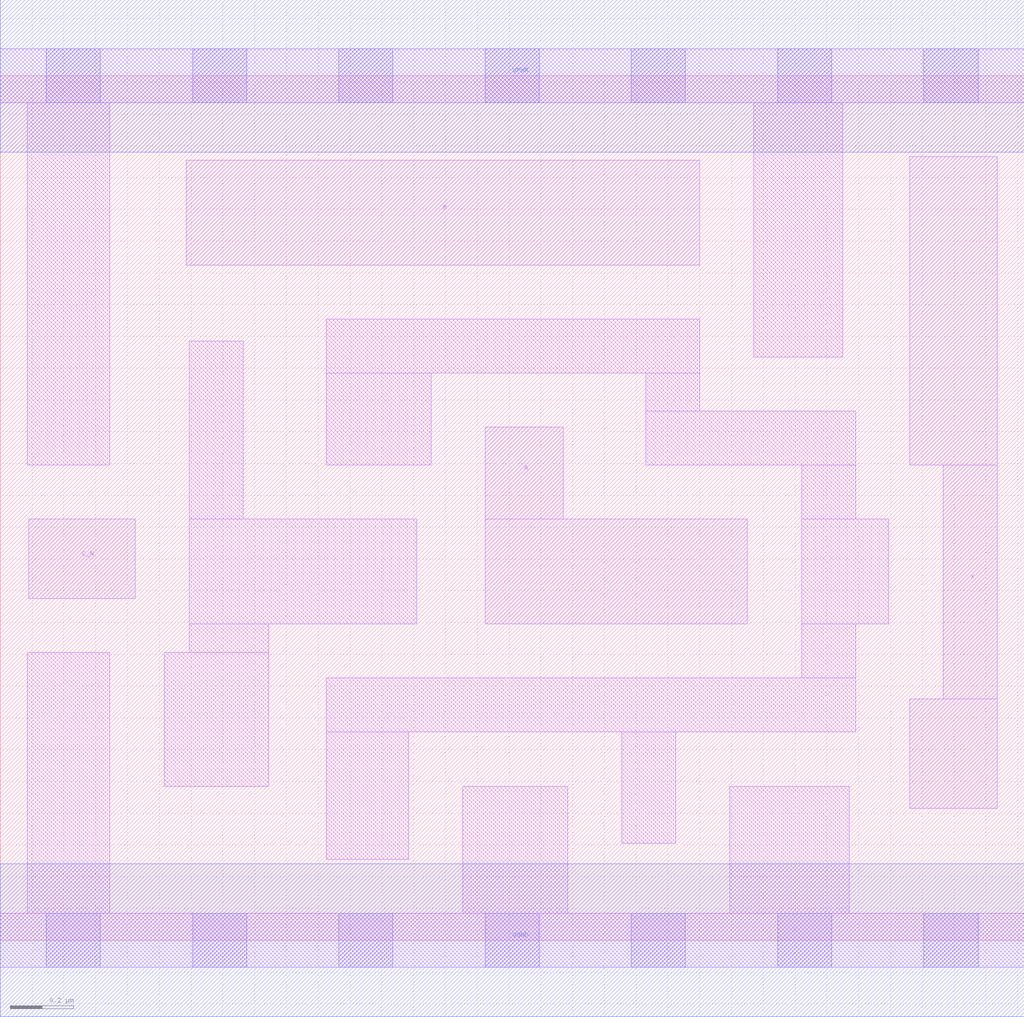
<source format=lef>
# Copyright 2020 The SkyWater PDK Authors
#
# Licensed under the Apache License, Version 2.0 (the "License");
# you may not use this file except in compliance with the License.
# You may obtain a copy of the License at
#
#     https://www.apache.org/licenses/LICENSE-2.0
#
# Unless required by applicable law or agreed to in writing, software
# distributed under the License is distributed on an "AS IS" BASIS,
# WITHOUT WARRANTIES OR CONDITIONS OF ANY KIND, either express or implied.
# See the License for the specific language governing permissions and
# limitations under the License.
#
# SPDX-License-Identifier: Apache-2.0

VERSION 5.7 ;
  NAMESCASESENSITIVE ON ;
  NOWIREEXTENSIONATPIN ON ;
  DIVIDERCHAR "/" ;
  BUSBITCHARS "[]" ;
UNITS
  DATABASE MICRONS 200 ;
END UNITS
MACRO sky130_fd_sc_hd__or3b_1
  CLASS CORE ;
  SOURCE USER ;
  FOREIGN sky130_fd_sc_hd__or3b_1 ;
  ORIGIN  0.000000  0.000000 ;
  SIZE  3.220000 BY  2.720000 ;
  SYMMETRY X Y R90 ;
  SITE unithd ;
  PIN A
    ANTENNAGATEAREA  0.126000 ;
    DIRECTION INPUT ;
    USE SIGNAL ;
    PORT
      LAYER li1 ;
        RECT 1.525000 0.995000 2.350000 1.325000 ;
        RECT 1.525000 1.325000 1.770000 1.615000 ;
    END
  END A
  PIN B
    ANTENNAGATEAREA  0.126000 ;
    DIRECTION INPUT ;
    USE SIGNAL ;
    PORT
      LAYER li1 ;
        RECT 0.585000 2.125000 2.200000 2.455000 ;
    END
  END B
  PIN C_N
    ANTENNAGATEAREA  0.126000 ;
    DIRECTION INPUT ;
    USE SIGNAL ;
    PORT
      LAYER li1 ;
        RECT 0.090000 1.075000 0.425000 1.325000 ;
    END
  END C_N
  PIN X
    ANTENNADIFFAREA  0.453750 ;
    DIRECTION OUTPUT ;
    USE SIGNAL ;
    PORT
      LAYER li1 ;
        RECT 2.860000 0.415000 3.135000 0.760000 ;
        RECT 2.860000 1.495000 3.135000 2.465000 ;
        RECT 2.965000 0.760000 3.135000 1.495000 ;
    END
  END X
  PIN VGND
    DIRECTION INOUT ;
    SHAPE ABUTMENT ;
    USE GROUND ;
    PORT
      LAYER met1 ;
        RECT 0.000000 -0.240000 3.220000 0.240000 ;
    END
  END VGND
  PIN VPWR
    DIRECTION INOUT ;
    SHAPE ABUTMENT ;
    USE POWER ;
    PORT
      LAYER met1 ;
        RECT 0.000000 2.480000 3.220000 2.960000 ;
    END
  END VPWR
  OBS
    LAYER li1 ;
      RECT 0.000000 -0.085000 3.220000 0.085000 ;
      RECT 0.000000  2.635000 3.220000 2.805000 ;
      RECT 0.085000  0.085000 0.345000 0.905000 ;
      RECT 0.085000  1.495000 0.345000 2.635000 ;
      RECT 0.515000  0.485000 0.845000 0.905000 ;
      RECT 0.595000  0.905000 0.845000 0.995000 ;
      RECT 0.595000  0.995000 1.310000 1.325000 ;
      RECT 0.595000  1.325000 0.765000 1.885000 ;
      RECT 1.025000  0.255000 1.285000 0.655000 ;
      RECT 1.025000  0.655000 2.690000 0.825000 ;
      RECT 1.025000  1.495000 1.355000 1.785000 ;
      RECT 1.025000  1.785000 2.200000 1.955000 ;
      RECT 1.455000  0.085000 1.785000 0.485000 ;
      RECT 1.955000  0.305000 2.125000 0.655000 ;
      RECT 2.030000  1.495000 2.690000 1.665000 ;
      RECT 2.030000  1.665000 2.200000 1.785000 ;
      RECT 2.295000  0.085000 2.670000 0.485000 ;
      RECT 2.370000  1.835000 2.650000 2.635000 ;
      RECT 2.520000  0.825000 2.690000 0.995000 ;
      RECT 2.520000  0.995000 2.795000 1.325000 ;
      RECT 2.520000  1.325000 2.690000 1.495000 ;
    LAYER mcon ;
      RECT 0.145000 -0.085000 0.315000 0.085000 ;
      RECT 0.145000  2.635000 0.315000 2.805000 ;
      RECT 0.605000 -0.085000 0.775000 0.085000 ;
      RECT 0.605000  2.635000 0.775000 2.805000 ;
      RECT 1.065000 -0.085000 1.235000 0.085000 ;
      RECT 1.065000  2.635000 1.235000 2.805000 ;
      RECT 1.525000 -0.085000 1.695000 0.085000 ;
      RECT 1.525000  2.635000 1.695000 2.805000 ;
      RECT 1.985000 -0.085000 2.155000 0.085000 ;
      RECT 1.985000  2.635000 2.155000 2.805000 ;
      RECT 2.445000 -0.085000 2.615000 0.085000 ;
      RECT 2.445000  2.635000 2.615000 2.805000 ;
      RECT 2.905000 -0.085000 3.075000 0.085000 ;
      RECT 2.905000  2.635000 3.075000 2.805000 ;
  END
END sky130_fd_sc_hd__or3b_1
END LIBRARY

</source>
